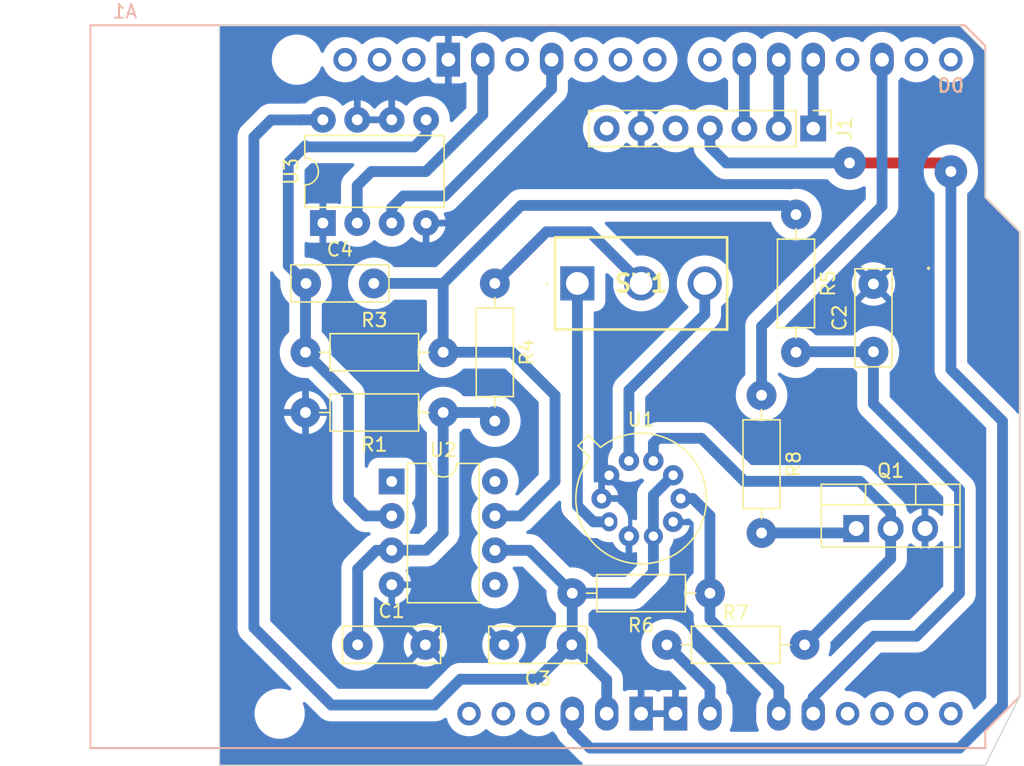
<source format=kicad_pcb>
(kicad_pcb (version 20221018) (generator pcbnew)
  (layers (0 "F.Cu" signal) (31 "B.Cu" signal) (34 "B.Paste" user) (35 "F.Paste" user) (36 "B.SilkS" user "B.Silkscreen") (37 "F.SilkS" user "F.Silkscreen") (38 "B.Mask" user) (39 "F.Mask" user) (44 "Edge.Cuts" user))
  (net 0 "")
  (net 1 "+3.3V")
  (net 2 "+5V")
  (net 4 "ADC1")
  (net 5 "ADC2")
  (net 13 "SW_CTL")
  (net 15 "MOSI")
  (net 16 "TX")
  (net 17 "RX")
  (net 18 "RST")
  (net 19 "SCK")
  (net 20 "GND")
  (net 25 "+12V")
  (net 26 "Net-(U2-IN+)")
  (net 27 "Net-(U2-OUT)")
  (net 30 "Net-(SW1-B)")
  (net 31 "GAS2")
  (net 32 "GAS1")
  (net 37 "Net-(Q1-G)")
  (net 38 "SW_12V")
  (net 39 "Rvar")
  (footprint "Package_TO_SOT_THT:TO-5-10" (layer "F.Cu") (at 66.3 51.435)
    (fp_text reference "U1" (at 2.92 -5.82) (layer "F.SilkS"))
    (fp_text value "Capteur_Gaz")
    (fp_line (start -1.745856 -3.888039) (end -0.854902 -2.997084) (stroke (width 0.12)) (layer "F.SilkS"))
    (fp_line (start -0.968039 -4.665856) (end -1.745856 -3.888039) (stroke (width 0.12)) (layer "F.SilkS"))
    (fp_line (start -0.077084 -3.774902) (end -0.968039 -4.665856) (stroke (width 0.12)) (layer "F.SilkS"))
    (fp_arc (start -0.077084 -3.774902) (mid 6.328125 3.408384) (end -0.854674 -2.997371) (stroke (width 0.12)) (layer "F.SilkS"))
    (pad "1" thru_hole oval (at 0 0) (size 1.5 1.5) (drill 0.7) (layers "*.Cu" "*.Mask") (net 20 "GND"))
    (pad "2" thru_hole oval (at 0.55767 1.716333) (size 1.2 1.4) (drill 0.7) (layers "*.Cu" "*.Mask") (net 32 "GAS1"))
    (pad "3" thru_hole oval (at 2.01767 2.777085) (size 1.5 1.5) (drill 0.7) (layers "*.Cu" "*.Mask") (net 20 "GND"))
    (pad "4" thru_hole oval (at 3.82233 2.777085) (size 1.4 1.4) (drill 0.7) (layers "*.Cu" "*.Mask") (net 2 "+5V"))
    (pad "5" thru_hole oval (at 5.28233 1.716333) (size 1.5 1.5) (drill 0.7) (layers "*.Cu" "*.Mask") (net 20 "GND"))
    (pad "6" thru_hole oval (at 5.84 0) (size 1.5 1.5) (drill 0.7) (layers "*.Cu" "*.Mask") (net 5 "ADC2"))
    (pad "7" thru_hole oval (at 5.28233 -1.716333) (size 1.5 1.5) (drill 0.7) (layers "*.Cu" "*.Mask") (net 2 "+5V"))
    (pad "8" thru_hole oval (at 3.82233 -2.777085) (size 1.5 1.5) (drill 0.7) (layers "*.Cu" "*.Mask") (net 38 "SW_12V"))
    (pad "9" thru_hole oval (at 2.01767 -2.777085) (size 1.5 1.5) (drill 0.7) (layers "*.Cu" "*.Mask") (net 31 "GAS2"))
    (pad "10" thru_hole oval (at 0.55767 -1.716333) (size 1.5 1.5) (drill 0.7) (layers "*.Cu" "*.Mask") (net 20 "GND"))
  )
  (footprint "Capacitor_THT:C_Disc_D7.0mm_W2.5mm_P5.00mm" (layer "F.Cu") (at 64.095 62.23 180)
    (fp_text reference "C3" (at 2.5 -2.5) (layer "F.SilkS"))
    (fp_text value "100n")
    (fp_line (start -1.12 -1.37) (end -1.12 1.37) (stroke (width 0.12)) (layer "F.SilkS"))
    (fp_line (start -1.12 -1.37) (end 6.12 -1.37) (stroke (width 0.12)) (layer "F.SilkS"))
    (fp_line (start -1.12 1.37) (end 6.12 1.37) (stroke (width 0.12)) (layer "F.SilkS"))
    (fp_line (start 6.12 -1.37) (end 6.12 1.37) (stroke (width 0.12)) (layer "F.SilkS"))
    (pad "1" thru_hole circle (at 0 0 180) (size 2.2 1.6) (drill 0.8) (layers "*.Cu" "*.Mask") (net 2 "+5V"))
    (pad "2" thru_hole circle (at 5 0 180) (size 2.2 1.6) (drill 0.8) (layers "*.Cu" "*.Mask") (net 20 "GND"))
  )
  (footprint "Resistor_THT:R_Axial_DIN0207_L6.3mm_D2.5mm_P10.16mm_Horizontal" (layer "F.Cu") (at 54.61 45.085 180)
    (fp_text reference "R1" (at 5.08 -2.37) (layer "F.SilkS"))
    (fp_text value "100k")
    (fp_line (start 1.04 0) (end 1.81 0) (stroke (width 0.12)) (layer "F.SilkS"))
    (fp_line (start 1.81 -1.37) (end 1.81 1.37) (stroke (width 0.12)) (layer "F.SilkS"))
    (fp_line (start 1.81 1.37) (end 8.35 1.37) (stroke (width 0.12)) (layer "F.SilkS"))
    (fp_line (start 8.35 -1.37) (end 1.81 -1.37) (stroke (width 0.12)) (layer "F.SilkS"))
    (fp_line (start 8.35 1.37) (end 8.35 -1.37) (stroke (width 0.12)) (layer "F.SilkS"))
    (fp_line (start 9.12 0) (end 8.35 0) (stroke (width 0.12)) (layer "F.SilkS"))
    (pad "1" thru_hole circle (at 0 0 180) (size 2.2 1.6) (drill 0.8) (layers "*.Cu" "*.Mask") (net 26 "Net-(U2-IN+)"))
    (pad "2" thru_hole oval (at 10.16 0 180) (size 2.2 2.2) (drill 0.8) (layers "*.Cu" "*.Mask") (net 20 "GND"))
  )
  (footprint "Package_TO_SOT_THT:TO-220-3_Vertical" (layer "F.Cu") (at 85.09 53.65)
    (fp_text reference "Q1" (at 2.54 -4.27) (layer "F.SilkS"))
    (fp_text value "IRF520")
    (fp_line (start -2.58 -3.27) (end -2.58 1.371) (stroke (width 0.12)) (layer "F.SilkS"))
    (fp_line (start -2.58 -3.27) (end 7.66 -3.27) (stroke (width 0.12)) (layer "F.SilkS"))
    (fp_line (start -2.58 -1.76) (end 7.66 -1.76) (stroke (width 0.12)) (layer "F.SilkS"))
    (fp_line (start -2.58 1.371) (end 7.66 1.371) (stroke (width 0.12)) (layer "F.SilkS"))
    (fp_line (start 0.69 -3.27) (end 0.69 -1.76) (stroke (width 0.12)) (layer "F.SilkS"))
    (fp_line (start 4.391 -3.27) (end 4.391 -1.76) (stroke (width 0.12)) (layer "F.SilkS"))
    (fp_line (start 7.66 -3.27) (end 7.66 1.371) (stroke (width 0.12)) (layer "F.SilkS"))
    (pad "1" thru_hole rect (at 0 0) (size 1.905 2) (drill 1.1) (layers "*.Cu" "*.Mask") (net 37 "Net-(Q1-G)"))
    (pad "2" thru_hole oval (at 2.54 0) (size 1.905 2) (drill 1.1) (layers "*.Cu" "*.Mask") (net 38 "SW_12V"))
    (pad "3" thru_hole oval (at 5.08 0) (size 1.905 2) (drill 1.1) (layers "*.Cu" "*.Mask") (net 20 "GND"))
  )
  (footprint "Package_DIP:DIP-8_W7.62mm" (layer "F.Cu") (at 45.73 31.105 90)
    (fp_text reference "U3" (at 3.81 -2.33 90) (layer "F.SilkS"))
    (fp_text value "MCP41100")
    (fp_line (start 1.16 -1.33) (end 1.16 8.95) (stroke (width 0.12)) (layer "F.SilkS"))
    (fp_line (start 1.16 8.95) (end 6.46 8.95) (stroke (width 0.12)) (layer "F.SilkS"))
    (fp_line (start 2.81 -1.33) (end 1.16 -1.33) (stroke (width 0.12)) (layer "F.SilkS"))
    (fp_line (start 6.46 -1.33) (end 4.81 -1.33) (stroke (width 0.12)) (layer "F.SilkS"))
    (fp_line (start 6.46 8.95) (end 6.46 -1.33) (stroke (width 0.12)) (layer "F.SilkS"))
    (fp_arc (start 4.81 -1.33) (mid 3.81 -0.33) (end 2.81 -1.33) (stroke (width 0.12)) (layer "F.SilkS"))
    (pad "1" thru_hole rect (at 0 0 90) (size 1.9 1.9) (drill 0.8) (layers "*.Cu" "*.Mask") (net 20 "GND"))
    (pad "2" thru_hole oval (at 0 2.54 90) (size 1.9 1.9) (drill 0.8) (layers "*.Cu" "*.Mask") (net 19 "SCK"))
    (pad "3" thru_hole oval (at 0 5.08 90) (size 1.9 1.9) (drill 0.8) (layers "*.Cu" "*.Mask") (net 15 "MOSI"))
    (pad "4" thru_hole oval (at 0 7.62 90) (size 1.9 1.9) (drill 0.8) (layers "*.Cu" "*.Mask") (net 20 "GND"))
    (pad "5" thru_hole oval (at 7.62 7.62 90) (size 1.9 1.9) (drill 0.8) (layers "*.Cu" "*.Mask") (net 39 "Rvar"))
    (pad "6" thru_hole oval (at 7.62 5.08 90) (size 1.9 1.9) (drill 0.8) (layers "*.Cu" "*.Mask") (net 20 "GND"))
    (pad "7" thru_hole oval (at 7.62 2.54 90) (size 1.9 1.9) (drill 0.8) (layers "*.Cu" "*.Mask") (net 20 "GND"))
    (pad "8" thru_hole oval (at 7.62 0 90) (size 1.9 1.9) (drill 0.8) (layers "*.Cu" "*.Mask") (net 2 "+5V"))
  )
  (footprint "Resistor_THT:R_Axial_DIN0207_L6.3mm_D2.5mm_P10.16mm_Horizontal" (layer "F.Cu") (at 74.295 58.42 180)
    (fp_text reference "R6" (at 5.08 -2.37) (layer "F.SilkS"))
    (fp_text value "100")
    (fp_line (start 1.04 0) (end 1.81 0) (stroke (width 0.12)) (layer "F.SilkS"))
    (fp_line (start 1.81 -1.37) (end 1.81 1.37) (stroke (width 0.12)) (layer "F.SilkS"))
    (fp_line (start 1.81 1.37) (end 8.35 1.37) (stroke (width 0.12)) (layer "F.SilkS"))
    (fp_line (start 8.35 -1.37) (end 1.81 -1.37) (stroke (width 0.12)) (layer "F.SilkS"))
    (fp_line (start 8.35 1.37) (end 8.35 -1.37) (stroke (width 0.12)) (layer "F.SilkS"))
    (fp_line (start 9.12 0) (end 8.35 0) (stroke (width 0.12)) (layer "F.SilkS"))
    (pad "1" thru_hole circle (at 0 0 180) (size 2.2 1.6) (drill 0.8) (layers "*.Cu" "*.Mask") (net 5 "ADC2"))
    (pad "2" thru_hole oval (at 10.16 0 180) (size 2.2 2.2) (drill 0.8) (layers "*.Cu" "*.Mask") (net 2 "+5V"))
  )
  (footprint "Resistor_THT:R_Axial_DIN0207_L6.3mm_D2.5mm_P10.16mm_Horizontal" (layer "F.Cu") (at 71.12 62.23)
    (fp_text reference "R7" (at 5.08 -2.37) (layer "F.SilkS"))
    (fp_text value "10k")
    (fp_line (start 1.04 0) (end 1.81 0) (stroke (width 0.12)) (layer "F.SilkS"))
    (fp_line (start 1.81 -1.37) (end 1.81 1.37) (stroke (width 0.12)) (layer "F.SilkS"))
    (fp_line (start 1.81 1.37) (end 8.35 1.37) (stroke (width 0.12)) (layer "F.SilkS"))
    (fp_line (start 8.35 -1.37) (end 1.81 -1.37) (stroke (width 0.12)) (layer "F.SilkS"))
    (fp_line (start 8.35 1.37) (end 8.35 -1.37) (stroke (width 0.12)) (layer "F.SilkS"))
    (fp_line (start 9.12 0) (end 8.35 0) (stroke (width 0.12)) (layer "F.SilkS"))
    (pad "1" thru_hole circle (at 0 0) (size 2.2 1.6) (drill 0.8) (layers "*.Cu" "*.Mask") (net 25 "+12V"))
    (pad "2" thru_hole oval (at 10.16 0) (size 2.2 2.2) (drill 0.8) (layers "*.Cu" "*.Mask") (net 38 "SW_12V"))
  )
  (footprint "Resistor_THT:R_Axial_DIN0207_L6.3mm_D2.5mm_P10.16mm_Horizontal" (layer "F.Cu") (at 78.105 43.815 -90)
    (fp_text reference "R8" (at 5.08 -2.37 90) (layer "F.SilkS"))
    (fp_text value "1k")
    (fp_line (start 1.04 0) (end 1.81 0) (stroke (width 0.12)) (layer "F.SilkS"))
    (fp_line (start 1.81 -1.37) (end 1.81 1.37) (stroke (width 0.12)) (layer "F.SilkS"))
    (fp_line (start 1.81 1.37) (end 8.35 1.37) (stroke (width 0.12)) (layer "F.SilkS"))
    (fp_line (start 8.35 -1.37) (end 1.81 -1.37) (stroke (width 0.12)) (layer "F.SilkS"))
    (fp_line (start 8.35 1.37) (end 8.35 -1.37) (stroke (width 0.12)) (layer "F.SilkS"))
    (fp_line (start 9.12 0) (end 8.35 0) (stroke (width 0.12)) (layer "F.SilkS"))
    (pad "1" thru_hole circle (at 0 0 270) (size 2.2 1.6) (drill 0.8) (layers "*.Cu" "*.Mask") (net 13 "SW_CTL"))
    (pad "2" thru_hole oval (at 10.16 0 270) (size 2.2 2.2) (drill 0.8) (layers "*.Cu" "*.Mask") (net 37 "Net-(Q1-G)"))
  )
  (footprint "Connector_PinHeader_2.54mm:PinHeader_1x07_P2.54mm_Vertical" (layer "F.Cu") (at 81.915 24.13 -90)
    (fp_text reference "J1" (at 0 -2.33 90) (layer "F.SilkS"))
    (fp_text value "Conn_01x07")
    (fp_line (start -1.33 -1.33) (end 0 -1.33) (stroke (width 0.12)) (layer "F.SilkS"))
    (fp_line (start -1.33 0) (end -1.33 -1.33) (stroke (width 0.12)) (layer "F.SilkS"))
    (fp_line (start -1.33 1.27) (end -1.33 16.57) (stroke (width 0.12)) (layer "F.SilkS"))
    (fp_line (start -1.33 1.27) (end 1.33 1.27) (stroke (width 0.12)) (layer "F.SilkS"))
    (fp_line (start -1.33 16.57) (end 1.33 16.57) (stroke (width 0.12)) (layer "F.SilkS"))
    (fp_line (start 1.33 1.27) (end 1.33 16.57) (stroke (width 0.12)) (layer "F.SilkS"))
    (pad "1" thru_hole rect (at 0 0 270) (size 1.9 1.9) (drill 1) (layers "*.Cu" "*.Mask") (net 18 "RST"))
    (pad "2" thru_hole oval (at 0 2.54 270) (size 1.9 1.9) (drill 1) (layers "*.Cu" "*.Mask") (net 16 "TX"))
    (pad "3" thru_hole oval (at 0 5.08 270) (size 1.9 1.9) (drill 1) (layers "*.Cu" "*.Mask") (net 17 "RX"))
    (pad "4" thru_hole oval (at 0 7.62 270) (size 1.9 1.9) (drill 1) (layers "*.Cu" "*.Mask") (net 1 "+3.3V"))
    (pad "5" thru_hole oval (at 0 10.16 270) (size 1.9 1.9) (drill 1) (layers "*.Cu" "*.Mask"))
    (pad "6" thru_hole oval (at 0 12.7 270) (size 1.9 1.9) (drill 1) (layers "*.Cu" "*.Mask") (net 20 "GND"))
    (pad "7" thru_hole oval (at 0 15.24 270) (size 1.9 1.9) (drill 1) (layers "*.Cu" "*.Mask"))
  )
  (footprint "Resistor_THT:R_Axial_DIN0207_L6.3mm_D2.5mm_P10.16mm_Horizontal" (layer "F.Cu") (at 58.42 35.56 -90)
    (fp_text reference "R4" (at 5.08 -2.37 -270) (layer "F.SilkS"))
    (fp_text value "10k")
    (fp_line (start 1.04 0) (end 1.81 0) (stroke (width 0.12)) (layer "F.SilkS"))
    (fp_line (start 1.81 -1.37) (end 1.81 1.37) (stroke (width 0.12)) (layer "F.SilkS"))
    (fp_line (start 1.81 1.37) (end 8.35 1.37) (stroke (width 0.12)) (layer "F.SilkS"))
    (fp_line (start 8.35 -1.37) (end 1.81 -1.37) (stroke (width 0.12)) (layer "F.SilkS"))
    (fp_line (start 8.35 1.37) (end 8.35 -1.37) (stroke (width 0.12)) (layer "F.SilkS"))
    (fp_line (start 9.12 0) (end 8.35 0) (stroke (width 0.12)) (layer "F.SilkS"))
    (pad "1" thru_hole circle (at 0 0 270) (size 2.2 1.6) (drill 0.8) (layers "*.Cu" "*.Mask") (net 30 "Net-(SW1-B)"))
    (pad "2" thru_hole oval (at 10.16 0 270) (size 2.2 2.2) (drill 0.8) (layers "*.Cu" "*.Mask") (net 26 "Net-(U2-IN+)"))
  )
  (footprint "Gas:SLW12768644AD" (layer "F.Cu") (at 64.515 35.56)
    (fp_text reference "SW1" (at 4.7 0) (layer "F.SilkS") (effects (font (size 1.27 1.27) (thickness 0.254))))
    (fp_text value "SW_SPDT" hide)
    (fp_line (start -2.3 0) (end -2.3 0) (stroke (width 0.1)) (layer "F.SilkS"))
    (fp_line (start -2.2 0) (end -2.2 0) (stroke (width 0.1)) (layer "F.SilkS"))
    (fp_line (start -1.65 -3.4) (end 11.05 -3.4) (stroke (width 0.2)) (layer "F.SilkS"))
    (fp_line (start -1.65 3.4) (end -1.65 -3.4) (stroke (width 0.2)) (layer "F.SilkS"))
    (fp_line (start 11.05 -3.4) (end 11.05 3.4) (stroke (width 0.2)) (layer "F.SilkS"))
    (fp_line (start 11.05 3.4) (end -1.65 3.4) (stroke (width 0.2)) (layer "F.SilkS"))
    (fp_arc (start -2.3 0) (mid -2.25 -0.05) (end -2.2 0) (stroke (width 0.1)) (layer "F.SilkS"))
    (fp_arc (start -2.2 0) (mid -2.25 0.05) (end -2.3 0) (stroke (width 0.1)) (layer "F.SilkS"))
    (pad "1" thru_hole rect (at 0 0) (size 2.52 2.52) (drill 1.68) (layers "*.Cu" "*.Mask") (net 32 "GAS1"))
    (pad "2" thru_hole circle (at 4.7 0) (size 2.52 2.52) (drill 1.68) (layers "*.Cu" "*.Mask") (net 30 "Net-(SW1-B)"))
    (pad "3" thru_hole circle (at 9.4 0) (size 2.52 2.52) (drill 1.68) (layers "*.Cu" "*.Mask") (net 31 "GAS2"))
  )
  (footprint "PCM_arduino-library:Arduino_Uno_R3_Shield" (layer "F.Cu") (at 28.575 69.85)
    (fp_text reference "A1" (at 2.54 -54.356) (layer "B.SilkS") (effects (justify mirror)))
    (fp_text value "Arduino_Uno_R3_Shield")
    (fp_text user "D0" (at 63.5 -48.895 unlocked) (layer "B.SilkS") (effects (justify mirror)))
    (fp_text user "D0" (at 63.5 -48.895 unlocked) (layer "F.SilkS"))
    (fp_text user "." (at 61.849 -35.814) (layer "F.SilkS"))
    (fp_line (start 0 -53.34) (end 0 0) (stroke (width 0.15)) (layer "B.SilkS"))
    (fp_line (start 0 -53.34) (end 64.516 -53.34) (stroke (width 0.15)) (layer "B.SilkS"))
    (fp_line (start 0 0) (end 66.04 0) (stroke (width 0.15)) (layer "B.SilkS"))
    (fp_line (start 64.516 -53.34) (end 66.04 -51.816) (stroke (width 0.15)) (layer "B.SilkS"))
    (fp_line (start 66.04 -40.64) (end 66.04 -51.816) (stroke (width 0.15)) (layer "B.SilkS"))
    (fp_line (start 66.04 -1.27) (end 68.58 -3.81) (stroke (width 0.15)) (layer "B.SilkS"))
    (fp_line (start 66.04 0) (end 66.04 -1.27) (stroke (width 0.15)) (layer "B.SilkS"))
    (fp_line (start 68.58 -38.1) (end 66.04 -40.64) (stroke (width 0.15)) (layer "B.SilkS"))
    (fp_line (start 68.58 -3.81) (end 68.58 -38.1) (stroke (width 0.15)) (layer "B.SilkS"))
    (pad "" np_thru_hole circle (at 13.97 -2.54) (size 3.2 3.2) (drill 3.2) (layers "*.Cu" "*.Mask"))
    (pad "" np_thru_hole circle (at 15.24 -50.8) (size 3.2 3.2) (drill 3.2) (layers "*.Cu" "*.Mask"))
    (pad "" thru_hole oval (at 27.94 -2.54) (size 1.7272 1.7272) (drill 1.016) (layers "*.Cu" "*.Mask"))
    (pad "3V3" thru_hole oval (at 35.56 -2.54) (size 1.7272 2.5) (drill 1.016) (layers "*.Cu" "*.Mask") (net 1 "+3.3V"))
    (pad "5V1" thru_hole oval (at 38.1 -2.54) (size 1.7272 2.5) (drill 1.016) (layers "*.Cu" "*.Mask") (net 2 "+5V"))
    (pad "A0" thru_hole oval (at 50.8 -2.54) (size 1.7272 2.5) (drill 1.016) (layers "*.Cu" "*.Mask") (net 5 "ADC2"))
    (pad "A1" thru_hole oval (at 53.34 -2.54) (size 1.7272 2.5) (drill 1.016) (layers "*.Cu" "*.Mask") (net 4 "ADC1"))
    (pad "A2" thru_hole oval (at 55.88 -2.54) (size 1.7272 1.7272) (drill 1.016) (layers "*.Cu" "*.Mask"))
    (pad "A3" thru_hole oval (at 58.42 -2.54) (size 1.7272 1.7272) (drill 1.016) (layers "*.Cu" "*.Mask"))
    (pad "A4" thru_hole oval (at 60.96 -2.54) (size 1.7272 1.7272) (drill 1.016) (layers "*.Cu" "*.Mask"))
    (pad "A5" thru_hole oval (at 63.5 -2.54) (size 1.7272 1.7272) (drill 1.016) (layers "*.Cu" "*.Mask"))
    (pad "AREF" thru_hole oval (at 23.876 -50.8) (size 1.7272 1.7272) (drill 1.016) (layers "*.Cu" "*.Mask"))
    (pad "D0" thru_hole oval (at 63.5 -50.8) (size 1.7272 1.7272) (drill 1.016) (layers "*.Cu" "*.Mask"))
    (pad "D1" thru_hole oval (at 60.96 -50.8) (size 1.7272 1.7272) (drill 1.016) (layers "*.Cu" "*.Mask"))
    (pad "D2" thru_hole oval (at 58.42 -50.8) (size 1.7272 2.5) (drill 1.016) (layers "*.Cu" "*.Mask") (net 13 "SW_CTL"))
    (pad "D3" thru_hole oval (at 55.88 -50.8) (size 1.7272 1.7272) (drill 1.016) (layers "*.Cu" "*.Mask"))
    (pad "D4" thru_hole oval (at 53.34 -50.8) (size 1.7272 2.5) (drill 1.016) (layers "*.Cu" "*.Mask") (net 18 "RST"))
    (pad "D5" thru_hole oval (at 50.8 -50.8) (size 1.7272 2.5) (drill 1.016) (layers "*.Cu" "*.Mask") (net 16 "TX"))
    (pad "D6" thru_hole oval (at 48.26 -50.8) (size 1.7272 2.5) (drill 1.016) (layers "*.Cu" "*.Mask") (net 17 "RX"))
    (pad "D7" thru_hole oval (at 45.72 -50.8) (size 1.7272 1.7272) (drill 1.016) (layers "*.Cu" "*.Mask"))
    (pad "D8" thru_hole oval (at 41.656 -50.8) (size 1.7272 1.7272) (drill 1.016) (layers "*.Cu" "*.Mask"))
    (pad "D9" thru_hole oval (at 39.116 -50.8) (size 1.7272 1.7272) (drill 1.016) (layers "*.Cu" "*.Mask"))
    (pad "D10" thru_hole oval (at 36.576 -50.8) (size 1.7272 1.7272) (drill 1.016) (layers "*.Cu" "*.Mask"))
    (pad "D11" thru_hole oval (at 34.036 -50.8) (size 1.7272 2.5) (drill 1.016) (layers "*.Cu" "*.Mask") (net 15 "MOSI"))
    (pad "D12" thru_hole oval (at 31.496 -50.8) (size 1.7272 1.7272) (drill 1.016) (layers "*.Cu" "*.Mask"))
    (pad "D13" thru_hole oval (at 28.956 -50.8) (size 1.7272 2.5) (drill 1.016) (layers "*.Cu" "*.Mask") (net 19 "SCK"))
    (pad "GND1" thru_hole rect (at 26.416 -50.8) (size 1.7272 2.5) (drill 1.016) (layers "*.Cu" "*.Mask") (net 20 "GND"))
    (pad "GND2" thru_hole rect (at 40.64 -2.54) (size 1.7272 2.5) (drill 1.016) (layers "*.Cu" "*.Mask") (net 20 "GND"))
    (pad "GND3" thru_hole rect (at 43.18 -2.54) (size 1.7272 2.5) (drill 1.016) (layers "*.Cu" "*.Mask") (net 20 "GND"))
    (pad "IORF" thru_hole oval (at 30.48 -2.54) (size 1.7272 1.7272) (drill 1.016) (layers "*.Cu" "*.Mask"))
    (pad "RST1" thru_hole oval (at 33.02 -2.54) (size 1.7272 1.7272) (drill 1.016) (layers "*.Cu" "*.Mask"))
    (pad "SCL" thru_hole oval (at 18.796 -50.8) (size 1.7272 1.7272) (drill 1.016) (layers "*.Cu" "*.Mask"))
    (pad "SDA" thru_hole oval (at 21.336 -50.8) (size 1.7272 1.7272) (drill 1.016) (layers "*.Cu" "*.Mask"))
    (pad "VIN" thru_hole oval (at 45.72 -2.54) (size 1.7272 2.5) (drill 1.016) (layers "*.Cu" "*.Mask") (net 25 "+12V"))
  )
  (footprint "Capacitor_THT:C_Disc_D7.0mm_W2.5mm_P5.00mm" (layer "F.Cu") (at 48.3 62.23)
    (fp_text reference "C1" (at 2.5 -2.5) (layer "F.SilkS"))
    (fp_text value "100n")
    (fp_line (start -1.12 -1.37) (end -1.12 1.37) (stroke (width 0.12)) (layer "F.SilkS"))
    (fp_line (start -1.12 -1.37) (end 6.12 -1.37) (stroke (width 0.12)) (layer "F.SilkS"))
    (fp_line (start -1.12 1.37) (end 6.12 1.37) (stroke (width 0.12)) (layer "F.SilkS"))
    (fp_line (start 6.12 -1.37) (end 6.12 1.37) (stroke (width 0.12)) (layer "F.SilkS"))
    (pad "1" thru_hole circle (at 0 0) (size 2.2 1.6) (drill 0.8) (layers "*.Cu" "*.Mask") (net 26 "Net-(U2-IN+)"))
    (pad "2" thru_hole circle (at 5 0) (size 2.2 1.6) (drill 0.8) (layers "*.Cu" "*.Mask") (net 20 "GND"))
  )
  (footprint "Resistor_THT:R_Axial_DIN0207_L6.3mm_D2.5mm_P10.16mm_Horizontal" (layer "F.Cu") (at 44.45 40.64)
    (fp_text reference "R3" (at 5.08 -2.37) (layer "F.SilkS"))
    (fp_text value "100k")
    (fp_line (start 1.04 0) (end 1.81 0) (stroke (width 0.12)) (layer "F.SilkS"))
    (fp_line (start 1.81 -1.37) (end 1.81 1.37) (stroke (width 0.12)) (layer "F.SilkS"))
    (fp_line (start 1.81 1.37) (end 8.35 1.37) (stroke (width 0.12)) (layer "F.SilkS"))
    (fp_line (start 8.35 -1.37) (end 1.81 -1.37) (stroke (width 0.12)) (layer "F.SilkS"))
    (fp_line (start 8.35 1.37) (end 8.35 -1.37) (stroke (width 0.12)) (layer "F.SilkS"))
    (fp_line (start 9.12 0) (end 8.35 0) (stroke (width 0.12)) (layer "F.SilkS"))
    (pad "1" thru_hole circle (at 0 0) (size 2.2 1.6) (drill 0.8) (layers "*.Cu" "*.Mask") (net 39 "Rvar"))
    (pad "2" thru_hole oval (at 10.16 0) (size 2.2 2.2) (drill 0.8) (layers "*.Cu" "*.Mask") (net 27 "Net-(U2-OUT)"))
  )
  (footprint "Capacitor_THT:C_Disc_D7.0mm_W2.5mm_P5.00mm" (layer "F.Cu") (at 86.36 40.6 90)
    (fp_text reference "C2" (at 2.5 -2.5 90) (layer "F.SilkS"))
    (fp_text value "100n")
    (fp_line (start -1.12 -1.37) (end -1.12 1.37) (stroke (width 0.12)) (layer "F.SilkS"))
    (fp_line (start -1.12 -1.37) (end 6.12 -1.37) (stroke (width 0.12)) (layer "F.SilkS"))
    (fp_line (start -1.12 1.37) (end 6.12 1.37) (stroke (width 0.12)) (layer "F.SilkS"))
    (fp_line (start 6.12 -1.37) (end 6.12 1.37) (stroke (width 0.12)) (layer "F.SilkS"))
    (pad "1" thru_hole circle (at 0 0 90) (size 2.2 1.6) (drill 0.8) (layers "*.Cu" "*.Mask") (net 4 "ADC1"))
    (pad "2" thru_hole circle (at 5 0 90) (size 2.2 1.6) (drill 0.8) (layers "*.Cu" "*.Mask") (net 20 "GND"))
  )
  (footprint "Resistor_THT:R_Axial_DIN0207_L6.3mm_D2.5mm_P10.16mm_Horizontal" (layer "F.Cu") (at 80.645 30.48 -90)
    (fp_text reference "R5" (at 5.08 -2.37 90) (layer "F.SilkS"))
    (fp_text value "1k")
    (fp_line (start 1.04 0) (end 1.81 0) (stroke (width 0.12)) (layer "F.SilkS"))
    (fp_line (start 1.81 -1.37) (end 1.81 1.37) (stroke (width 0.12)) (layer "F.SilkS"))
    (fp_line (start 1.81 1.37) (end 8.35 1.37) (stroke (width 0.12)) (layer "F.SilkS"))
    (fp_line (start 8.35 -1.37) (end 1.81 -1.37) (stroke (width 0.12)) (layer "F.SilkS"))
    (fp_line (start 8.35 1.37) (end 8.35 -1.37) (stroke (width 0.12)) (layer "F.SilkS"))
    (fp_line (start 9.12 0) (end 8.35 0) (stroke (width 0.12)) (layer "F.SilkS"))
    (pad "1" thru_hole circle (at 0 0 270) (size 2.2 1.6) (drill 0.8) (layers "*.Cu" "*.Mask") (net 27 "Net-(U2-OUT)"))
    (pad "2" thru_hole oval (at 10.16 0 270) (size 2.2 2.2) (drill 0.8) (layers "*.Cu" "*.Mask") (net 4 "ADC1"))
  )
  (footprint "Capacitor_THT:C_Disc_D7.0mm_W2.5mm_P5.00mm" (layer "F.Cu") (at 44.49 35.56)
    (fp_text reference "C4" (at 2.5 -2.5) (layer "F.SilkS"))
    (fp_text value "1u")
    (fp_line (start -1.12 -1.37) (end -1.12 1.37) (stroke (width 0.12)) (layer "F.SilkS"))
    (fp_line (start -1.12 -1.37) (end 6.12 -1.37) (stroke (width 0.12)) (layer "F.SilkS"))
    (fp_line (start -1.12 1.37) (end 6.12 1.37) (stroke (width 0.12)) (layer "F.SilkS"))
    (fp_line (start 6.12 -1.37) (end 6.12 1.37) (stroke (width 0.12)) (layer "F.SilkS"))
    (pad "1" thru_hole circle (at 0 0) (size 2.2 2.2) (drill 0.8) (layers "*.Cu" "*.Mask") (net 39 "Rvar"))
    (pad "2" thru_hole circle (at 5 0) (size 2.2 1.6) (drill 0.8) (layers "*.Cu" "*.Mask") (net 27 "Net-(U2-OUT)"))
  )
  (footprint "Package_DIP:DIP-8_W7.62mm" (layer "F.Cu") (at 50.81 50.175)
    (fp_text reference "U2" (at 3.81 -2.33) (layer "F.SilkS"))
    (fp_text value "~")
    (fp_line (start 1.16 -1.33) (end 1.16 8.95) (stroke (width 0.12)) (layer "F.SilkS"))
    (fp_line (start 1.16 8.95) (end 6.46 8.95) (stroke (width 0.12)) (layer "F.SilkS"))
    (fp_line (start 2.81 -1.33) (end 1.16 -1.33) (stroke (width 0.12)) (layer "F.SilkS"))
    (fp_line (start 6.46 -1.33) (end 4.81 -1.33) (stroke (width 0.12)) (layer "F.SilkS"))
    (fp_line (start 6.46 8.95) (end 6.46 -1.33) (stroke (width 0.12)) (layer "F.SilkS"))
    (fp_arc (start 4.81 -1.33) (mid 3.81 -0.33) (end 2.81 -1.33) (stroke (width 0.12)) (layer "F.SilkS"))
    (pad "1" thru_hole rect (at 0 0) (size 1.9 1.9) (drill 0.8) (layers "*.Cu" "*.Mask"))
    (pad "2" thru_hole oval (at 0 2.54) (size 1.9 1.9) (drill 0.8) (layers "*.Cu" "*.Mask") (net 39 "Rvar"))
    (pad "3" thru_hole oval (at 0 5.08) (size 1.9 1.9) (drill 0.8) (layers "*.Cu" "*.Mask") (net 26 "Net-(U2-IN+)"))
    (pad "4" thru_hole oval (at 0 7.62) (size 1.9 1.9) (drill 0.8) (layers "*.Cu" "*.Mask") (net 20 "GND"))
    (pad "5" thru_hole oval (at 7.62 7.62) (size 1.9 1.9) (drill 0.8) (layers "*.Cu" "*.Mask"))
    (pad "6" thru_hole oval (at 7.62 5.08) (size 1.9 1.9) (drill 0.8) (layers "*.Cu" "*.Mask") (net 2 "+5V"))
    (pad "7" thru_hole oval (at 7.62 2.54) (size 1.9 1.9) (drill 0.8) (layers "*.Cu" "*.Mask") (net 27 "Net-(U2-OUT)"))
    (pad "8" thru_hole oval (at 7.62 0) (size 1.9 1.9) (drill 0.8) (layers "*.Cu" "*.Mask"))
  )
  (gr_line (start 92.71 16.51) (end 94.615 18.415) (stroke (width 0.1)) (layer "Edge.Cuts"))
  (gr_line (start 94.615 18.415) (end 94.615 29.21) (stroke (width 0.1)) (layer "Edge.Cuts"))
  (gr_line (start 38.1 71.12) (end 38.1 69.85) (stroke (width 0.1)) (layer "Edge.Cuts"))
  (gr_line (start 94.615 71.12) (end 38.1 71.12) (stroke (width 0.1)) (layer "Edge.Cuts"))
  (gr_line (start 39.37 16.51) (end 38.1 16.51) (stroke (width 0.1)) (layer "Edge.Cuts"))
  (gr_line (start 97.155 31.75) (end 97.155 66.04) (stroke (width 0.1)) (layer "Edge.Cuts"))
  (gr_line (start 94.615 29.21) (end 97.155 31.75) (stroke (width 0.1)) (layer "Edge.Cuts"))
  (gr_line (start 97.155 66.04) (end 94.615 71.12) (stroke (width 0.1)) (layer "Edge.Cuts"))
  (gr_line (start 38.1 16.51) (end 38.1 69.85) (stroke (width 0.1)) (layer "Edge.Cuts"))
  (gr_line (start 39.37 16.51) (end 92.71 16.51) (stroke (width 0.1)) (layer "Edge.Cuts"))
  (segment (start 84.5955 26.67) (end 91.44 26.67) (width 0.8) (layer "F.Cu") (net 1))
  (segment (start 91.44 26.67) (end 92.075 27.305) (width 0.8) (layer "F.Cu") (net 1))
  (via (at 84.5955 26.67) (size 2.4) (drill 0.8) (layers "F.Cu" "B.Cu") (net 1))
  (via (at 92.075 27.305) (size 2.4) (drill 0.8) (layers "F.Cu" "B.Cu") (net 1))
  (segment (start 92.075 27.305) (end 92.075 41.91) (width 0.8) (layer "B.Cu") (net 1))
  (segment (start 74.295 25.473502) (end 74.295 24.13) (width 0.8) (layer "B.Cu") (net 1))
  (segment (start 95.885 66.675) (end 92.71 69.85) (width 0.8) (layer "B.Cu") (net 1))
  (segment (start 64.135 68.531314) (end 64.135 67.31) (width 0.8) (layer "B.Cu") (net 1))
  (segment (start 92.71 69.85) (end 65.453686 69.85) (width 0.8) (layer "B.Cu") (net 1))
  (segment (start 92.075 41.91) (end 95.885 45.72) (width 0.8) (layer "B.Cu") (net 1))
  (segment (start 65.453686 69.85) (end 64.135 68.531314) (width 0.8) (layer "B.Cu") (net 1))
  (segment (start 95.885 45.72) (end 95.885 66.675) (width 0.8) (layer "B.Cu") (net 1))
  (segment (start 84.5955 26.67) (end 75.491498 26.67) (width 0.8) (layer "B.Cu") (net 1))
  (segment (start 75.491498 26.67) (end 74.295 25.473502) (width 0.8) (layer "B.Cu") (net 1))
  (segment (start 64.135 62.19) (end 64.095 62.23) (width 0.8) (layer "B.Cu") (net 2))
  (segment (start 55.88 64.77) (end 53.975 66.675) (width 0.8) (layer "B.Cu") (net 2))
  (segment (start 70.12233 54.212085) (end 70.12233 56.87767) (width 0.8) (layer "B.Cu") (net 2))
  (segment (start 68.58 58.42) (end 64.135 58.42) (width 0.8) (layer "B.Cu") (net 2))
  (segment (start 64.135 58.42) (end 64.135 62.19) (width 0.8) (layer "B.Cu") (net 2))
  (segment (start 64.095 62.23) (end 66.675 64.81) (width 0.8) (layer "B.Cu") (net 2))
  (segment (start 70.12233 54.212085) (end 70.12233 51.178667) (width 0.8) (layer "B.Cu") (net 2))
  (segment (start 44.092258 23.495) (end 44.102258 23.485) (width 0.8) (layer "B.Cu") (net 2))
  (segment (start 53.975 66.675) (end 46.355 66.675) (width 0.8) (layer "B.Cu") (net 2))
  (segment (start 44.102258 23.485) (end 45.73 23.485) (width 0.8) (layer "B.Cu") (net 2))
  (segment (start 64.095 62.23) (end 61.555 64.77) (width 0.8) (layer "B.Cu") (net 2))
  (segment (start 40.64 24.765) (end 41.91 23.495) (width 0.8) (layer "B.Cu") (net 2))
  (segment (start 70.12233 56.87767) (end 68.58 58.42) (width 0.8) (layer "B.Cu") (net 2))
  (segment (start 41.91 23.495) (end 44.092258 23.495) (width 0.8) (layer "B.Cu") (net 2))
  (segment (start 70.12233 51.178667) (end 71.58233 49.718667) (width 0.8) (layer "B.Cu") (net 2))
  (segment (start 61.555 64.77) (end 55.88 64.77) (width 0.8) (layer "B.Cu") (net 2))
  (segment (start 40.64 60.96) (end 40.64 24.765) (width 0.8) (layer "B.Cu") (net 2))
  (segment (start 60.97 55.255) (end 64.135 58.42) (width 0.8) (layer "B.Cu") (net 2))
  (segment (start 66.675 64.81) (end 66.675 67.31) (width 0.8) (layer "B.Cu") (net 2))
  (segment (start 58.43 55.255) (end 60.97 55.255) (width 0.8) (layer "B.Cu") (net 2))
  (segment (start 46.355 66.675) (end 40.64 60.96) (width 0.8) (layer "B.Cu") (net 2))
  (segment (start 86.36 40.6) (end 86.36 44.45) (width 0.8) (layer "B.Cu") (net 4))
  (segment (start 86.36 40.6) (end 80.685 40.6) (width 0.8) (layer "B.Cu") (net 4))
  (segment (start 81.915 66.088686) (end 81.915 67.31) (width 0.8) (layer "B.Cu") (net 4))
  (segment (start 92.71 50.8) (end 92.71 58.42) (width 0.8) (layer "B.Cu") (net 4))
  (segment (start 92.71 58.42) (end 89.535 61.595) (width 0.8) (layer "B.Cu") (net 4))
  (segment (start 89.535 61.595) (end 86.408686 61.595) (width 0.8) (layer "B.Cu") (net 4))
  (segment (start 80.685 40.6) (end 80.645 40.64) (width 0.8) (layer "B.Cu") (net 4))
  (segment (start 86.36 44.45) (end 92.71 50.8) (width 0.8) (layer "B.Cu") (net 4))
  (segment (start 86.32 39.965) (end 86.36 39.925) (width 0.8) (layer "B.Cu") (net 4))
  (segment (start 86.408686 61.595) (end 81.915 66.088686) (width 0.8) (layer "B.Cu") (net 4))
  (segment (start 79.375 65.405) (end 79.375 67.31) (width 0.8) (layer "B.Cu") (net 5))
  (segment (start 74.295 58.42) (end 74.295 60.325) (width 0.8) (layer "B.Cu") (net 5))
  (segment (start 73.025 51.435) (end 74.295 52.705) (width 0.8) (layer "B.Cu") (net 5))
  (segment (start 74.295 53.59) (end 74.295 55.864003) (width 0.8) (layer "B.Cu") (net 5))
  (segment (start 74.295 52.705) (end 74.295 53.59) (width 0.8) (layer "B.Cu") (net 5))
  (segment (start 74.295 60.325) (end 79.375 65.405) (width 0.8) (layer "B.Cu") (net 5))
  (segment (start 72.14 51.435) (end 73.025 51.435) (width 0.8) (layer "B.Cu") (net 5))
  (segment (start 74.295 58.42) (end 74.295 55.864003) (width 0.8) (layer "B.Cu") (net 5))
  (segment (start 78.105 43.815) (end 78.105 38.735) (width 0.8) (layer "B.Cu") (net 13))
  (segment (start 86.995 29.845) (end 86.995 19.05) (width 0.8) (layer "B.Cu") (net 13))
  (segment (start 78.105 38.735) (end 86.995 29.845) (width 0.8) (layer "B.Cu") (net 13))
  (segment (start 50.81 29.97363) (end 51.67863 29.105) (width 0.8) (layer "B.Cu") (net 15))
  (segment (start 62.611 21.209) (end 62.611 19.05) (width 0.8) (layer "B.Cu") (net 15))
  (segment (start 50.81 31.105) (end 50.81 29.97363) (width 0.8) (layer "B.Cu") (net 15))
  (segment (start 54.715 29.105) (end 62.611 21.209) (width 0.8) (layer "B.Cu") (net 15))
  (segment (start 51.67863 29.105) (end 54.715 29.105) (width 0.8) (layer "B.Cu") (net 15))
  (segment (start 79.375 24.13) (end 79.375 19.05) (width 0.8) (layer "B.Cu") (net 16))
  (segment (start 76.835 19.05) (end 76.835 24.13) (width 0.8) (layer "B.Cu") (net 17))
  (segment (start 81.915 19.05) (end 81.915 24.13) (width 0.8) (layer "B.Cu") (net 18))
  (segment (start 57.531 23.114) (end 57.531 19.05) (width 0.8) (layer "B.Cu") (net 19))
  (segment (start 48.27 28.345) (end 49.31 27.305) (width 0.8) (layer "B.Cu") (net 19))
  (segment (start 49.31 27.305) (end 53.34 27.305) (width 0.8) (layer "B.Cu") (net 19))
  (segment (start 48.27 31.105) (end 48.27 28.345) (width 0.8) (layer "B.Cu") (net 19))
  (segment (start 53.34 27.305) (end 57.531 23.114) (width 0.8) (layer "B.Cu") (net 19))
  (segment (start 74.295 65.405) (end 74.295 67.31) (width 0.8) (layer "B.Cu") (net 25))
  (segment (start 71.12 62.23) (end 74.295 65.405) (width 0.8) (layer "B.Cu") (net 25))
  (segment (start 53.34 55.245) (end 54.61 53.975) (width 0.8) (layer "B.Cu") (net 26))
  (segment (start 57.785 45.085) (end 58.42 45.72) (width 0.8) (layer "B.Cu") (net 26))
  (segment (start 52.06 55.255) (end 52.07 55.245) (width 0.8) (layer "B.Cu") (net 26))
  (segment (start 48.3 56.63363) (end 48.3 62.23) (width 0.8) (layer "B.Cu") (net 26))
  (segment (start 54.61 45.085) (end 57.785 45.085) (width 0.8) (layer "B.Cu") (net 26))
  (segment (start 50.81 55.255) (end 52.06 55.255) (width 0.8) (layer "B.Cu") (net 26))
  (segment (start 52.07 55.245) (end 53.34 55.245) (width 0.8) (layer "B.Cu") (net 26))
  (segment (start 54.61 53.975) (end 54.61 45.085) (width 0.8) (layer "B.Cu") (net 26))
  (segment (start 49.67863 55.255) (end 48.3 56.63363) (width 0.8) (layer "B.Cu") (net 26))
  (segment (start 50.81 55.255) (end 49.67863 55.255) (width 0.8) (layer "B.Cu") (net 26))
  (segment (start 60.365 29.805) (end 54.61 35.56) (width 0.8) (layer "B.Cu") (net 27))
  (segment (start 59.69 40.64) (end 54.61 40.64) (width 0.8) (layer "B.Cu") (net 27))
  (segment (start 79.97 29.805) (end 80.645 30.48) (width 0.8) (layer "B.Cu") (net 27))
  (segment (start 54.61 35.56) (end 54.61 40.64) (width 0.8) (layer "B.Cu") (net 27))
  (segment (start 60.365 29.805) (end 79.97 29.805) (width 0.8) (layer "B.Cu") (net 27))
  (segment (start 62.865 50.165) (end 62.865 43.815) (width 0.8) (layer "B.Cu") (net 27))
  (segment (start 62.865 43.815) (end 59.69 40.64) (width 0.8) (layer "B.Cu") (net 27))
  (segment (start 54.61 35.56) (end 49.49 35.56) (width 0.8) (layer "B.Cu") (net 27))
  (segment (start 58.43 52.715) (end 60.315 52.715) (width 0.8) (layer "B.Cu") (net 27))
  (segment (start 60.315 52.715) (end 62.865 50.165) (width 0.8) (layer "B.Cu") (net 27))
  (segment (start 65.405 31.75) (end 69.215 35.56) (width 0.8) (layer "B.Cu") (net 30))
  (segment (start 62.23 31.75) (end 65.405 31.75) (width 0.8) (layer "B.Cu") (net 30))
  (segment (start 58.42 35.56) (end 62.23 31.75) (width 0.8) (layer "B.Cu") (net 30))
  (segment (start 68.31767 48.657915) (end 68.31767 43.44233) (width 0.8) (layer "B.Cu") (net 31))
  (segment (start 73.915 37.845) (end 73.915 35.56) (width 0.8) (layer "B.Cu") (net 31))
  (segment (start 68.31767 43.44233) (end 73.915 37.845) (width 0.8) (layer "B.Cu") (net 31))
  (segment (start 65.695013 53.151333) (end 64.515 51.97132) (width 0.8) (layer "B.Cu") (net 32))
  (segment (start 66.85767 53.151333) (end 65.695013 53.151333) (width 0.8) (layer "B.Cu") (net 32))
  (segment (start 64.515 35.56) (end 64.3 35.775) (width 0.8) (layer "B.Cu") (net 32))
  (segment (start 64.515 51.97132) (end 64.515 35.56) (width 0.8) (layer "B.Cu") (net 32))
  (segment (start 85.09 53.65) (end 84.765 53.975) (width 0.8) (layer "B.Cu") (net 37))
  (segment (start 84.765 53.975) (end 78.105 53.975) (width 0.8) (layer "B.Cu") (net 37))
  (segment (start 70.12233 47.35267) (end 70.485 46.99) (width 0.8) (layer "B.Cu") (net 38))
  (segment (start 85.3575 50.165) (end 76.835 50.165) (width 0.8) (layer "B.Cu") (net 38))
  (segment (start 70.485 46.99) (end 73.66 46.99) (width 0.8) (layer "B.Cu") (net 38))
  (segment (start 76.835 50.165) (end 73.66 46.99) (width 0.8) (layer "B.Cu") (net 38))
  (segment (start 87.63 55.88) (end 87.63 53.65) (width 0.8) (layer "B.Cu") (net 38))
  (segment (start 70.12233 48.657915) (end 70.12233 47.35267) (width 0.8) (layer "B.Cu") (net 38))
  (segment (start 87.63 52.4375) (end 85.3575 50.165) (width 0.8) (layer "B.Cu") (net 38))
  (segment (start 81.28 62.23) (end 87.63 55.88) (width 0.8) (layer "B.Cu") (net 38))
  (segment (start 87.63 53.65) (end 87.63 52.4375) (width 0.8) (layer "B.Cu") (net 38))
  (segment (start 48.905 52.715) (end 47.625 51.435) (width 0.8) (layer "B.Cu") (net 39))
  (segment (start 44.535 25.485) (end 44.45 25.4) (width 0.8) (layer "B.Cu") (net 39))
  (segment (start 53.35 23.485) (end 53.35 24.61637) (width 0.8) (layer "B.Cu") (net 39))
  (segment (start 43.18 34.25) (end 44.49 35.56) (width 0.8) (layer "B.Cu") (net 39))
  (segment (start 44.45 25.4) (end 43.18 26.67) (width 0.8) (layer "B.Cu") (net 39))
  (segment (start 47.625 43.815) (end 44.45 40.64) (width 0.8) (layer "B.Cu") (net 39))
  (segment (start 50.81 52.715) (end 48.905 52.715) (width 0.8) (layer "B.Cu") (net 39))
  (segment (start 44.45 35.56) (end 44.45 40.64) (width 0.8) (layer "B.Cu") (net 39))
  (segment (start 44.49 35.52) (end 44.45 35.56) (width 0.8) (layer "B.Cu") (net 39))
  (segment (start 53.35 24.61637) (end 52.48137 25.485) (width 0.8) (layer "B.Cu") (net 39))
  (segment (start 43.18 26.67) (end 43.18 34.25) (width 0.8) (layer "B.Cu") (net 39))
  (segment (start 47.625 51.435) (end 47.625 43.815) (width 0.8) (layer "B.Cu") (net 39))
  (segment (start 52.48137 25.485) (end 44.535 25.485) (width 0.8) (layer "B.Cu") (net 39))
  (zone (net 20) (net_name "GND") (layer "B.Cu") (connect_pads (clearance 0.5)) (min_thickness 0.25) (fill yes (thermal_gap 0.5) (thermal_bridge_width 0.5))
    (polygon (pts (xy 38.1 16.51) (xy 92.71 16.51) (xy 94.615 18.415) (xy 94.615 29.21) (xy 97.155 31.75) (xy 97.155 66.04) (xy 94.615 71.12) (xy 38.1 71.12)))
  )
)
</source>
